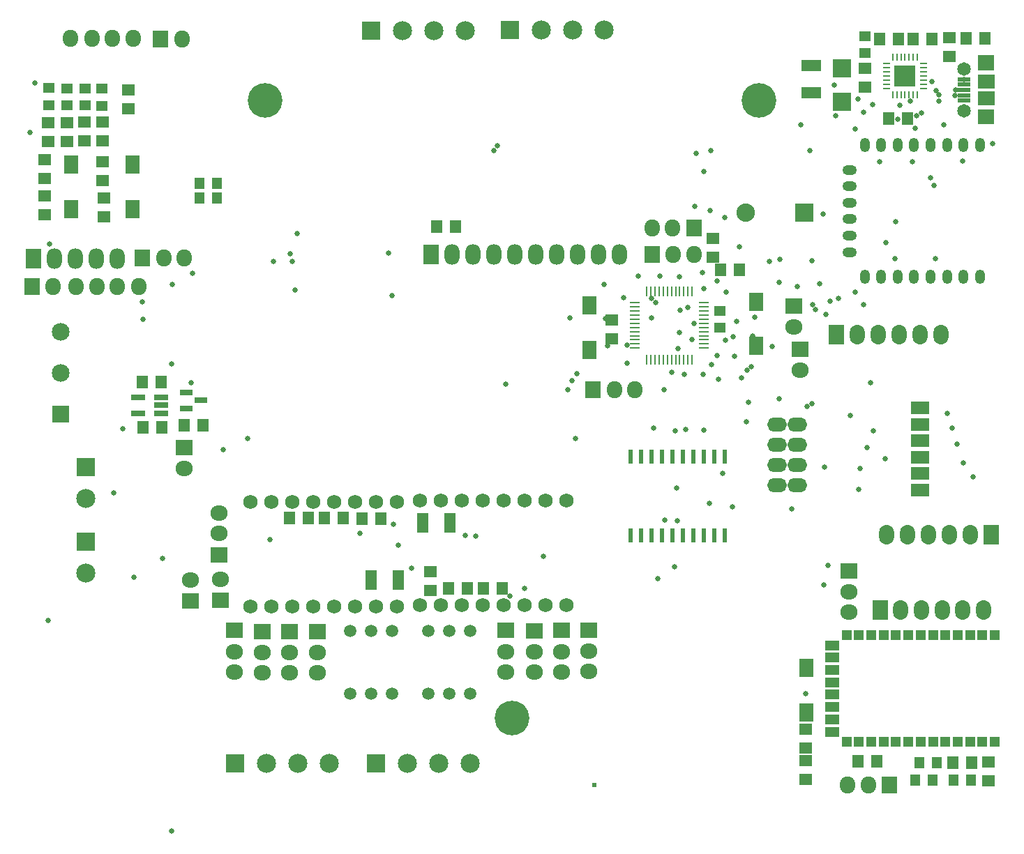
<source format=gts>
G04*
G04 #@! TF.GenerationSoftware,Altium Limited,Altium Designer,18.1.6 (161)*
G04*
G04 Layer_Color=8388736*
%FSTAX24Y24*%
%MOIN*%
G70*
G01*
G75*
%ADD28R,0.0080X0.0340*%
%ADD29R,0.0340X0.0080*%
%ADD38R,0.0210X0.0710*%
%ADD41R,0.0070X0.0460*%
%ADD42R,0.0460X0.0070*%
%ADD46R,0.0230X0.0230*%
%ADD47R,0.0830X0.0670*%
%ADD48R,0.0610X0.0240*%
%ADD49R,0.0630X0.0580*%
%ADD50R,0.0950X0.0580*%
%ADD51R,0.1000X0.1000*%
%ADD52R,0.0580X0.0630*%
%ADD53O,0.0480X0.0680*%
%ADD54O,0.0680X0.0480*%
%ADD55R,0.0552X0.0513*%
%ADD56R,0.0867X0.0867*%
%ADD57R,0.0867X0.0592*%
%ADD58R,0.0680X0.0290*%
%ADD59R,0.0600X0.0300*%
%ADD60R,0.0580X0.0950*%
%ADD61R,0.0671X0.0867*%
%ADD62R,0.0513X0.0552*%
%ADD63R,0.0474X0.0474*%
%ADD64R,0.0680X0.0474*%
%ADD65O,0.0750X0.0480*%
%ADD66C,0.0320*%
%ADD67C,0.0650*%
%ADD68O,0.0730X0.0830*%
%ADD69R,0.0730X0.0830*%
%ADD70O,0.0830X0.0730*%
%ADD71R,0.0830X0.0730*%
%ADD72R,0.0880X0.0880*%
%ADD73C,0.0880*%
%ADD74O,0.0940X0.0680*%
%ADD75C,0.0907*%
%ADD76R,0.0907X0.0907*%
%ADD77O,0.0730X0.0980*%
%ADD78R,0.0730X0.0980*%
%ADD79O,0.0730X0.0930*%
%ADD80R,0.0730X0.0930*%
%ADD81O,0.0730X0.0930*%
%ADD82R,0.0730X0.0930*%
%ADD83R,0.0907X0.0907*%
%ADD84C,0.0680*%
%ADD85C,0.0592*%
%ADD86C,0.0848*%
%ADD87R,0.0848X0.0848*%
%ADD88C,0.1655*%
%ADD89C,0.0257*%
G36*
X046645Y035027D02*
X045895D01*
Y034295D01*
X046645D01*
Y035027D01*
D02*
G37*
G36*
Y036863D02*
X045895D01*
Y037595D01*
X046645D01*
Y036863D01*
D02*
G37*
D28*
X042992Y035719D02*
D03*
X042795D02*
D03*
X042598D02*
D03*
X042402D02*
D03*
X042205D02*
D03*
X042008D02*
D03*
X041811D02*
D03*
Y037509D02*
D03*
X042008D02*
D03*
X042205D02*
D03*
X042402D02*
D03*
X042598D02*
D03*
X042795D02*
D03*
X042992D02*
D03*
D29*
X041507Y036024D02*
D03*
Y03622D02*
D03*
Y036417D02*
D03*
Y036614D02*
D03*
Y036811D02*
D03*
Y037008D02*
D03*
Y037205D02*
D03*
X043297D02*
D03*
Y037008D02*
D03*
Y036811D02*
D03*
Y036614D02*
D03*
Y036417D02*
D03*
Y03622D02*
D03*
Y036024D02*
D03*
D38*
X033785Y018415D02*
D03*
X033285D02*
D03*
X032785D02*
D03*
X032285D02*
D03*
X031785D02*
D03*
X031285D02*
D03*
X030785D02*
D03*
X030285D02*
D03*
X029785D02*
D03*
X029285D02*
D03*
Y014655D02*
D03*
X029785D02*
D03*
X030285D02*
D03*
X030785D02*
D03*
X031285D02*
D03*
X031785D02*
D03*
X032285D02*
D03*
X032785D02*
D03*
X033285D02*
D03*
X033785D02*
D03*
D41*
X032224Y023045D02*
D03*
X032028D02*
D03*
X031831D02*
D03*
X031634D02*
D03*
X031437D02*
D03*
X03124D02*
D03*
X031043D02*
D03*
X030846D02*
D03*
X03065D02*
D03*
X030453D02*
D03*
X030256D02*
D03*
X030059D02*
D03*
Y026325D02*
D03*
X030256D02*
D03*
X030453D02*
D03*
X03065D02*
D03*
X030846D02*
D03*
X031043D02*
D03*
X03124D02*
D03*
X031437D02*
D03*
X031634D02*
D03*
X031831D02*
D03*
X032028D02*
D03*
X032224D02*
D03*
D42*
X029502Y023602D02*
D03*
Y023799D02*
D03*
Y023996D02*
D03*
Y024193D02*
D03*
Y02439D02*
D03*
Y024587D02*
D03*
Y024783D02*
D03*
Y02498D02*
D03*
Y025177D02*
D03*
Y025374D02*
D03*
Y025571D02*
D03*
Y025768D02*
D03*
X032782D02*
D03*
Y025571D02*
D03*
Y025374D02*
D03*
Y025177D02*
D03*
Y02498D02*
D03*
Y024783D02*
D03*
Y024587D02*
D03*
Y02439D02*
D03*
Y024193D02*
D03*
Y023996D02*
D03*
Y023799D02*
D03*
Y023602D02*
D03*
D46*
X027559Y002717D02*
D03*
D47*
X04627Y036339D02*
D03*
Y035551D02*
D03*
D48*
X045217Y036457D02*
D03*
Y036201D02*
D03*
Y035945D02*
D03*
Y035689D02*
D03*
Y035433D02*
D03*
D49*
X001457Y03347D02*
D03*
Y03437D02*
D03*
X002362Y03347D02*
D03*
Y03437D02*
D03*
X003189Y033509D02*
D03*
Y034409D02*
D03*
X004055Y033504D02*
D03*
Y034404D02*
D03*
X044508Y037535D02*
D03*
Y038435D02*
D03*
X040472Y036063D02*
D03*
Y036963D02*
D03*
X033228Y027958D02*
D03*
Y028858D02*
D03*
X019724Y012008D02*
D03*
Y012908D02*
D03*
X028386Y024955D02*
D03*
Y024055D02*
D03*
X005276Y035939D02*
D03*
Y035039D02*
D03*
X004055Y03162D02*
D03*
Y03252D02*
D03*
X001299Y031698D02*
D03*
Y032598D02*
D03*
X004134Y029887D02*
D03*
Y030787D02*
D03*
X001299Y030866D02*
D03*
Y029966D02*
D03*
X046378Y003813D02*
D03*
Y002913D02*
D03*
X037667Y005374D02*
D03*
Y004474D02*
D03*
X037657Y003888D02*
D03*
Y002988D02*
D03*
D50*
X037913Y037126D02*
D03*
Y035826D02*
D03*
D51*
X042402Y036614D02*
D03*
D52*
X04252Y034567D02*
D03*
X04162D02*
D03*
X042795Y038386D02*
D03*
X043695D02*
D03*
X046205Y038425D02*
D03*
X045305D02*
D03*
X042087Y038386D02*
D03*
X041187D02*
D03*
X020906Y029409D02*
D03*
X020006D02*
D03*
X007958Y019921D02*
D03*
X008859D02*
D03*
X005984Y019803D02*
D03*
X006884D02*
D03*
X00685Y021969D02*
D03*
X00595D02*
D03*
X013892Y015472D02*
D03*
X012992D02*
D03*
X015551Y015462D02*
D03*
X014651D02*
D03*
X017362Y015433D02*
D03*
X016462D02*
D03*
X02225Y012126D02*
D03*
X02315D02*
D03*
X020596D02*
D03*
X021496D02*
D03*
X034498Y027333D02*
D03*
X033598D02*
D03*
X045585Y00378D02*
D03*
X044685D02*
D03*
X041063Y003858D02*
D03*
X040163D02*
D03*
D53*
X045984Y027008D02*
D03*
X045197D02*
D03*
X044409D02*
D03*
X043622D02*
D03*
X042835D02*
D03*
X042047D02*
D03*
X04126D02*
D03*
X040472D02*
D03*
Y033307D02*
D03*
X04126D02*
D03*
X042047D02*
D03*
X042835D02*
D03*
X043622D02*
D03*
X044409D02*
D03*
X045197D02*
D03*
X045984D02*
D03*
D54*
X039748Y028189D02*
D03*
Y028976D02*
D03*
Y029764D02*
D03*
Y030551D02*
D03*
Y031339D02*
D03*
Y032126D02*
D03*
D55*
X040472Y037697D02*
D03*
Y038524D02*
D03*
X033556Y025394D02*
D03*
Y024567D02*
D03*
X001496Y035217D02*
D03*
Y036043D02*
D03*
X002362Y035197D02*
D03*
Y036024D02*
D03*
X003228Y035197D02*
D03*
Y036024D02*
D03*
X004016Y035177D02*
D03*
Y036004D02*
D03*
D56*
X03937Y035394D02*
D03*
Y036969D02*
D03*
D57*
X04311Y016811D02*
D03*
Y020748D02*
D03*
Y019961D02*
D03*
Y019173D02*
D03*
Y017598D02*
D03*
Y018386D02*
D03*
D58*
X005752Y02124D02*
D03*
Y020492D02*
D03*
X006847Y02124D02*
D03*
Y020866D02*
D03*
Y020492D02*
D03*
D59*
X008053Y021477D02*
D03*
Y020727D02*
D03*
X008759Y021102D02*
D03*
D60*
X01817Y01252D02*
D03*
X01687D02*
D03*
X01935Y015236D02*
D03*
X02065D02*
D03*
D61*
X027323Y02563D02*
D03*
Y023504D02*
D03*
X035285Y025827D02*
D03*
Y023701D02*
D03*
X005472Y030236D02*
D03*
Y032362D02*
D03*
X002559Y030236D02*
D03*
Y032362D02*
D03*
X037677Y008307D02*
D03*
Y006181D02*
D03*
D62*
X008691Y031486D02*
D03*
X009518D02*
D03*
X008691Y030778D02*
D03*
X009518D02*
D03*
X043917Y00378D02*
D03*
X043091D02*
D03*
X045551Y002953D02*
D03*
X044724D02*
D03*
X042894D02*
D03*
X04372D02*
D03*
D63*
X046693Y004764D02*
D03*
X046102D02*
D03*
X045512D02*
D03*
X044921D02*
D03*
X044331D02*
D03*
X04374D02*
D03*
X04315D02*
D03*
X042559D02*
D03*
X041968D02*
D03*
X041378D02*
D03*
X040787D02*
D03*
X040197D02*
D03*
X039606D02*
D03*
Y009882D02*
D03*
X040197D02*
D03*
X040787D02*
D03*
X041378D02*
D03*
X041968D02*
D03*
X042559D02*
D03*
X04315D02*
D03*
X04374D02*
D03*
X044331D02*
D03*
X044921D02*
D03*
X045512D02*
D03*
X046102D02*
D03*
X046693D02*
D03*
D64*
X038917Y005256D02*
D03*
Y005846D02*
D03*
Y006437D02*
D03*
Y007028D02*
D03*
Y007618D02*
D03*
Y008209D02*
D03*
Y008799D02*
D03*
Y00939D02*
D03*
D65*
X04627Y037323D02*
D03*
Y034567D02*
D03*
D66*
X046405Y037323D02*
D03*
X046135D02*
D03*
X046405Y034567D02*
D03*
X046135D02*
D03*
D67*
X045207Y036929D02*
D03*
Y034961D02*
D03*
D68*
X032309Y028071D02*
D03*
X031329D02*
D03*
X031299Y029331D02*
D03*
X030319D02*
D03*
X028508Y021614D02*
D03*
X029488D02*
D03*
X001693Y026535D02*
D03*
X00553Y038406D02*
D03*
X00452D02*
D03*
X00354D02*
D03*
X00253D02*
D03*
X006978Y027913D02*
D03*
X007958D02*
D03*
X007844Y038366D02*
D03*
X002774Y026535D02*
D03*
X003784D02*
D03*
X004764D02*
D03*
X005774D02*
D03*
X040644Y002717D02*
D03*
X039664D02*
D03*
D69*
X030319Y028071D02*
D03*
X032309Y029331D02*
D03*
X027498Y021614D02*
D03*
X000683Y026535D02*
D03*
X005968Y027913D02*
D03*
X006834Y038366D02*
D03*
X041654Y002717D02*
D03*
D70*
X007958Y017848D02*
D03*
X037392Y022533D02*
D03*
X037077Y0246D02*
D03*
X008268Y01252D02*
D03*
X009685Y012559D02*
D03*
X009606Y014734D02*
D03*
Y015714D02*
D03*
X012992Y009051D02*
D03*
Y008071D02*
D03*
X014331Y009051D02*
D03*
Y008071D02*
D03*
X010354Y009094D02*
D03*
Y008114D02*
D03*
X011693Y009045D02*
D03*
Y008065D02*
D03*
X024685Y009084D02*
D03*
Y008104D02*
D03*
X023307Y009094D02*
D03*
Y008114D02*
D03*
X027283Y009108D02*
D03*
Y008128D02*
D03*
X025984Y009094D02*
D03*
Y008114D02*
D03*
X039724Y011943D02*
D03*
Y010963D02*
D03*
D71*
X007958Y018858D02*
D03*
X037392Y023543D02*
D03*
X037077Y02561D02*
D03*
X008268Y01151D02*
D03*
X009685Y011549D02*
D03*
X009606Y013724D02*
D03*
X012992Y010061D02*
D03*
X014331D02*
D03*
X010354Y010104D02*
D03*
X011693Y010055D02*
D03*
X024685Y010094D02*
D03*
X023307Y010104D02*
D03*
X027283Y010118D02*
D03*
X025984Y010104D02*
D03*
X039724Y012953D02*
D03*
D72*
X037581Y030089D02*
D03*
D73*
X034793D02*
D03*
D74*
X036276Y019961D02*
D03*
X037244D02*
D03*
X036276Y018992D02*
D03*
X037244D02*
D03*
X036276Y018024D02*
D03*
X037244D02*
D03*
X036276Y017055D02*
D03*
X037244D02*
D03*
D75*
X028014Y038819D02*
D03*
X026514D02*
D03*
X025014D02*
D03*
X021386Y03878D02*
D03*
X019886D02*
D03*
X018386D02*
D03*
X003258Y012833D02*
D03*
X003255Y016415D02*
D03*
X02162Y00373D02*
D03*
X02012D02*
D03*
X01862D02*
D03*
X014878D02*
D03*
X013378D02*
D03*
X011878D02*
D03*
D76*
X023514Y038819D02*
D03*
X016886Y03878D02*
D03*
X01712Y00373D02*
D03*
X010378D02*
D03*
D77*
X028764Y028071D02*
D03*
X027764D02*
D03*
X025764D02*
D03*
X023764D02*
D03*
X020764D02*
D03*
X021764D02*
D03*
X022764D02*
D03*
X024764D02*
D03*
X026764D02*
D03*
X004756Y027874D02*
D03*
X001756D02*
D03*
X002756D02*
D03*
X003756D02*
D03*
D78*
X019764Y028071D02*
D03*
X000756Y027874D02*
D03*
D79*
X042512Y014685D02*
D03*
X045512D02*
D03*
X044512D02*
D03*
X043512D02*
D03*
X041512D02*
D03*
D80*
X046512D02*
D03*
D81*
X04411Y024232D02*
D03*
X04311D02*
D03*
X04211D02*
D03*
X04111D02*
D03*
X04011D02*
D03*
X046154Y011063D02*
D03*
X045165D02*
D03*
X044177D02*
D03*
X043189D02*
D03*
X042201D02*
D03*
D82*
X03911Y024232D02*
D03*
X041213Y011063D02*
D03*
D83*
X003258Y014333D02*
D03*
X003255Y017915D02*
D03*
D84*
X011118Y01626D02*
D03*
Y01126D02*
D03*
X012118D02*
D03*
X013118D02*
D03*
X014118D02*
D03*
X015118D02*
D03*
X016118D02*
D03*
X017118D02*
D03*
X018118D02*
D03*
Y01626D02*
D03*
X017118D02*
D03*
X016118D02*
D03*
X015118D02*
D03*
X014118D02*
D03*
X013118D02*
D03*
X012118D02*
D03*
X026228Y011299D02*
D03*
Y016299D02*
D03*
X025228D02*
D03*
X024228D02*
D03*
X023228D02*
D03*
X022228D02*
D03*
X021228D02*
D03*
X020228D02*
D03*
X019228D02*
D03*
Y011299D02*
D03*
X020228D02*
D03*
X021228D02*
D03*
X022228D02*
D03*
X023228D02*
D03*
X024228D02*
D03*
X025228D02*
D03*
D85*
X01589Y010083D02*
D03*
X01689D02*
D03*
X01789D02*
D03*
Y007083D02*
D03*
X01689D02*
D03*
X01589D02*
D03*
X01963Y010083D02*
D03*
X02063D02*
D03*
X02163D02*
D03*
Y007083D02*
D03*
X02063D02*
D03*
X01963D02*
D03*
D86*
X002062Y022402D02*
D03*
Y02437D02*
D03*
D87*
Y020433D02*
D03*
D88*
X023622Y005906D02*
D03*
X035433Y035433D02*
D03*
X011811D02*
D03*
D89*
X000827Y03627D02*
D03*
X000571Y033907D02*
D03*
X033421Y023238D02*
D03*
X033809Y023967D02*
D03*
X005984Y02498D02*
D03*
X042158Y035218D02*
D03*
X042938Y034714D02*
D03*
X043181Y034834D02*
D03*
X005959Y02581D02*
D03*
X005551Y012638D02*
D03*
X004596Y016693D02*
D03*
X00501Y019745D02*
D03*
X013118Y027754D02*
D03*
X013258Y026378D02*
D03*
X008297Y021929D02*
D03*
X012229Y027741D02*
D03*
X027303Y023514D02*
D03*
X029124Y02373D02*
D03*
X030276Y025994D02*
D03*
X044252Y034291D02*
D03*
X042894Y034104D02*
D03*
X042057Y034557D02*
D03*
X045209Y036458D02*
D03*
X043681Y036358D02*
D03*
X043691Y038386D02*
D03*
X042087D02*
D03*
X032309Y024783D02*
D03*
X031654Y025404D02*
D03*
X032028Y025561D02*
D03*
X036429Y027856D02*
D03*
X035925Y027736D02*
D03*
X034183Y024154D02*
D03*
X035108Y024183D02*
D03*
X03185Y022333D02*
D03*
X026722Y022362D02*
D03*
X03314Y022795D02*
D03*
X04312Y020709D02*
D03*
X039783Y020374D02*
D03*
X036378Y021181D02*
D03*
X040876Y019646D02*
D03*
X001516Y028563D02*
D03*
X008711Y030778D02*
D03*
X008695Y031476D02*
D03*
X012037Y014439D02*
D03*
X017953Y015187D02*
D03*
X01817Y014193D02*
D03*
X013032Y02812D02*
D03*
X031624Y024331D02*
D03*
X032215Y023996D02*
D03*
X031557Y023583D02*
D03*
X02819Y023712D02*
D03*
X029656Y027049D02*
D03*
X030284Y025049D02*
D03*
X030896Y021614D02*
D03*
X023327Y02188D02*
D03*
X026496Y022028D02*
D03*
X022756Y033041D02*
D03*
X013337Y029075D02*
D03*
X026378Y025034D02*
D03*
X03047Y025783D02*
D03*
X027362Y025817D02*
D03*
X038524Y012293D02*
D03*
X03873Y013199D02*
D03*
X036998Y015915D02*
D03*
X038543Y017913D02*
D03*
X034833Y020069D02*
D03*
X034843Y022536D02*
D03*
X034575Y022185D02*
D03*
X034911Y021024D02*
D03*
X033496Y022127D02*
D03*
X035069Y022726D02*
D03*
X036038Y023691D02*
D03*
X037709Y020818D02*
D03*
X040787Y004764D02*
D03*
X041063Y003868D02*
D03*
X01789Y02611D02*
D03*
X009833Y01875D02*
D03*
X046585Y033366D02*
D03*
X04002Y034065D02*
D03*
X037431Y034262D02*
D03*
X040138Y035522D02*
D03*
X041949Y029656D02*
D03*
X041476Y028661D02*
D03*
X043839Y027894D02*
D03*
X041919Y027874D02*
D03*
X039075Y034695D02*
D03*
X044815Y035947D02*
D03*
X044035Y035699D02*
D03*
X044783Y035689D02*
D03*
X04389Y035927D02*
D03*
X045148Y03253D02*
D03*
X044026Y035413D02*
D03*
X042756Y03252D02*
D03*
X041201Y03251D02*
D03*
X04378Y031368D02*
D03*
X043612Y031752D02*
D03*
X040848Y035257D02*
D03*
X04264Y035415D02*
D03*
X040768Y021929D02*
D03*
X017726Y02813D02*
D03*
X040423Y034872D02*
D03*
X037904Y035807D02*
D03*
X039035Y036191D02*
D03*
X008366Y027188D02*
D03*
X022933Y033278D02*
D03*
X033228Y028858D02*
D03*
X030401Y019774D02*
D03*
X026644Y019282D02*
D03*
X030691Y027049D02*
D03*
X040423Y025683D02*
D03*
X041437Y018297D02*
D03*
X038809Y025837D02*
D03*
X038307Y026683D02*
D03*
X038622Y025197D02*
D03*
X03378Y029843D02*
D03*
X03811Y025433D02*
D03*
X040591Y018858D02*
D03*
X040242Y017858D02*
D03*
X040177Y016841D02*
D03*
X044429Y020482D02*
D03*
X044656Y019774D02*
D03*
X044882Y019006D02*
D03*
X045669Y017441D02*
D03*
X045197Y01812D02*
D03*
X031476Y0169D02*
D03*
X030581Y012579D02*
D03*
X030932Y015384D02*
D03*
X031388Y01313D02*
D03*
X031506Y015354D02*
D03*
X021398Y014646D02*
D03*
X025108Y013661D02*
D03*
X0219Y014606D02*
D03*
X023525Y011733D02*
D03*
X024209Y012126D02*
D03*
X031407Y019656D02*
D03*
X031909Y019695D02*
D03*
X032782Y019685D02*
D03*
X010974Y019291D02*
D03*
X001457Y010591D02*
D03*
X036378Y026752D02*
D03*
X032717Y027205D02*
D03*
X034259Y023213D02*
D03*
X03275Y022333D02*
D03*
X033418Y026801D02*
D03*
X033504Y025285D02*
D03*
X033671Y017608D02*
D03*
X033041Y016191D02*
D03*
X034136Y016004D02*
D03*
X037943Y020955D02*
D03*
X037972Y025683D02*
D03*
X039213Y025965D02*
D03*
X04001Y02627D02*
D03*
X037264Y026535D02*
D03*
X034352Y024883D02*
D03*
X033865Y026273D02*
D03*
X032782Y026457D02*
D03*
X035226Y025089D02*
D03*
X034488Y028435D02*
D03*
X032411Y032904D02*
D03*
X03312Y033031D02*
D03*
X032785Y032047D02*
D03*
X032354Y030375D02*
D03*
X0331Y030177D02*
D03*
X031604Y027018D02*
D03*
X037963Y027766D02*
D03*
X038484Y03002D02*
D03*
X037854Y033031D02*
D03*
X028937Y026024D02*
D03*
X028092Y025011D02*
D03*
X03125Y022441D02*
D03*
X037638Y007083D02*
D03*
X026299Y021614D02*
D03*
X006929Y013543D02*
D03*
X005276Y035939D02*
D03*
X002362Y035945D02*
D03*
X001496Y036043D02*
D03*
X003228Y036024D02*
D03*
X004016Y036043D02*
D03*
X007402Y026654D02*
D03*
X028031D02*
D03*
X040787Y009882D02*
D03*
X045984Y027008D02*
D03*
X029134Y022868D02*
D03*
X007362Y022835D02*
D03*
Y000512D02*
D03*
X016339Y014734D02*
D03*
X018819Y013071D02*
D03*
M02*

</source>
